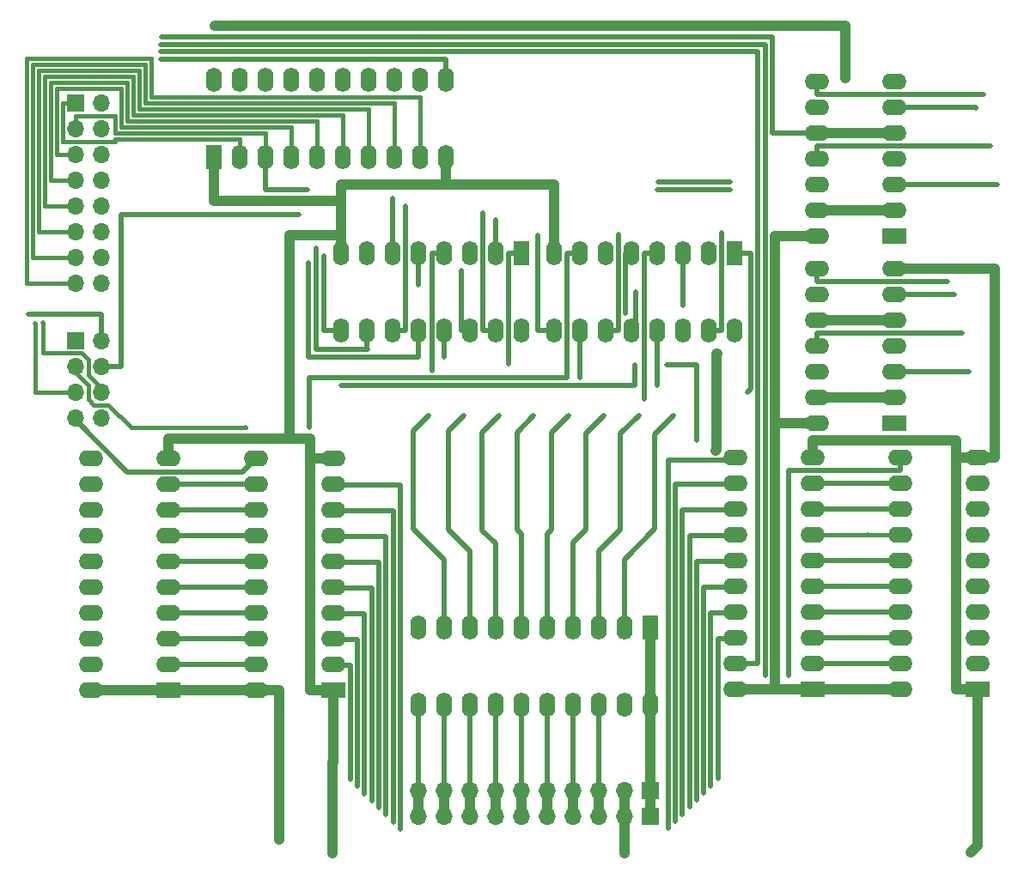
<source format=gbr>
%TF.GenerationSoftware,KiCad,Pcbnew,(6.0.5)*%
%TF.CreationDate,2023-06-09T01:00:48+03:00*%
%TF.ProjectId,Processor-ALU,50726f63-6573-4736-9f72-2d414c552e6b,rev?*%
%TF.SameCoordinates,Original*%
%TF.FileFunction,Copper,L2,Bot*%
%TF.FilePolarity,Positive*%
%FSLAX46Y46*%
G04 Gerber Fmt 4.6, Leading zero omitted, Abs format (unit mm)*
G04 Created by KiCad (PCBNEW (6.0.5)) date 2023-06-09 01:00:48*
%MOMM*%
%LPD*%
G01*
G04 APERTURE LIST*
%TA.AperFunction,ComponentPad*%
%ADD10R,1.600000X2.400000*%
%TD*%
%TA.AperFunction,ComponentPad*%
%ADD11O,1.600000X2.400000*%
%TD*%
%TA.AperFunction,ComponentPad*%
%ADD12R,2.400000X1.600000*%
%TD*%
%TA.AperFunction,ComponentPad*%
%ADD13O,2.400000X1.600000*%
%TD*%
%TA.AperFunction,ComponentPad*%
%ADD14R,1.700000X1.700000*%
%TD*%
%TA.AperFunction,ComponentPad*%
%ADD15O,1.700000X1.700000*%
%TD*%
%TA.AperFunction,ViaPad*%
%ADD16C,0.500000*%
%TD*%
%TA.AperFunction,ViaPad*%
%ADD17C,0.800000*%
%TD*%
%TA.AperFunction,Conductor*%
%ADD18C,1.000000*%
%TD*%
%TA.AperFunction,Conductor*%
%ADD19C,0.500000*%
%TD*%
%TA.AperFunction,Conductor*%
%ADD20C,0.400000*%
%TD*%
%TA.AperFunction,Conductor*%
%ADD21C,0.450000*%
%TD*%
G04 APERTURE END LIST*
D10*
%TO.P,U6,1,A->B*%
%TO.N,VCC*%
X140525000Y-112875000D03*
D11*
%TO.P,U6,2,A0*%
%TO.N,/E0*%
X137985000Y-112875000D03*
%TO.P,U6,3,A1*%
%TO.N,/E1*%
X135445000Y-112875000D03*
%TO.P,U6,4,A2*%
%TO.N,/E2*%
X132905000Y-112875000D03*
%TO.P,U6,5,A3*%
%TO.N,/E3*%
X130365000Y-112875000D03*
%TO.P,U6,6,A4*%
%TO.N,/E4*%
X127825000Y-112875000D03*
%TO.P,U6,7,A5*%
%TO.N,/E5*%
X125285000Y-112875000D03*
%TO.P,U6,8,A6*%
%TO.N,/E6*%
X122745000Y-112875000D03*
%TO.P,U6,9,A7*%
%TO.N,Sign Flag IN*%
X120205000Y-112875000D03*
%TO.P,U6,10,GND*%
%TO.N,Earth*%
X117665000Y-112875000D03*
%TO.P,U6,11,B7*%
%TO.N,/D7*%
X117665000Y-120495000D03*
%TO.P,U6,12,B6*%
%TO.N,/D6*%
X120205000Y-120495000D03*
%TO.P,U6,13,B5*%
%TO.N,/D5*%
X122745000Y-120495000D03*
%TO.P,U6,14,B4*%
%TO.N,/D4*%
X125285000Y-120495000D03*
%TO.P,U6,15,B3*%
%TO.N,/D3*%
X127825000Y-120495000D03*
%TO.P,U6,16,B2*%
%TO.N,/D2*%
X130365000Y-120495000D03*
%TO.P,U6,17,B1*%
%TO.N,/D1*%
X132905000Y-120495000D03*
%TO.P,U6,18,B0*%
%TO.N,/D0*%
X135445000Y-120495000D03*
%TO.P,U6,19,~{CE*%
%TO.N,ALU OUT*%
X137985000Y-120495000D03*
%TO.P,U6,20,VCC*%
%TO.N,VCC*%
X140525000Y-120495000D03*
%TD*%
D12*
%TO.P,U7,1*%
%TO.N,/B4*%
X164625000Y-74325000D03*
D13*
%TO.P,U7,2*%
%TO.N,SUB*%
X164625000Y-71785000D03*
%TO.P,U7,3*%
%TO.N,Net-(U7-Pad3)*%
X164625000Y-69245000D03*
%TO.P,U7,4*%
%TO.N,/B5*%
X164625000Y-66705000D03*
%TO.P,U7,5*%
%TO.N,SUB*%
X164625000Y-64165000D03*
%TO.P,U7,6*%
%TO.N,Net-(U7-Pad6)*%
X164625000Y-61625000D03*
%TO.P,U7,7,GND*%
%TO.N,Earth*%
X164625000Y-59085000D03*
%TO.P,U7,8*%
%TO.N,Net-(U7-Pad8)*%
X157005000Y-59085000D03*
%TO.P,U7,9*%
%TO.N,/B6*%
X157005000Y-61625000D03*
%TO.P,U7,10*%
%TO.N,SUB*%
X157005000Y-64165000D03*
%TO.P,U7,11*%
%TO.N,Net-(U7-Pad11)*%
X157005000Y-66705000D03*
%TO.P,U7,12*%
%TO.N,/B7*%
X157005000Y-69245000D03*
%TO.P,U7,13*%
%TO.N,SUB*%
X157005000Y-71785000D03*
%TO.P,U7,14,VCC*%
%TO.N,VCC*%
X157005000Y-74325000D03*
%TD*%
D12*
%TO.P,U3,1,~{OE*%
%TO.N,Earth*%
X109265000Y-119125000D03*
D13*
%TO.P,U3,2,D0*%
%TO.N,/D7*%
X109265000Y-116585000D03*
%TO.P,U3,3,D1*%
%TO.N,/D6*%
X109265000Y-114045000D03*
%TO.P,U3,4,D2*%
%TO.N,/D5*%
X109265000Y-111505000D03*
%TO.P,U3,5,D3*%
%TO.N,/D4*%
X109265000Y-108965000D03*
%TO.P,U3,6,D4*%
%TO.N,/D3*%
X109265000Y-106425000D03*
%TO.P,U3,7,D5*%
%TO.N,/D2*%
X109265000Y-103885000D03*
%TO.P,U3,8,D6*%
%TO.N,/D1*%
X109265000Y-101345000D03*
%TO.P,U3,9,D7*%
%TO.N,/D0*%
X109265000Y-98805000D03*
%TO.P,U3,10,GND*%
%TO.N,Earth*%
X109265000Y-96265000D03*
%TO.P,U3,11,Cp*%
%TO.N,A IN*%
X101645000Y-96265000D03*
%TO.P,U3,12,O7*%
%TO.N,/A0*%
X101645000Y-98805000D03*
%TO.P,U3,13,O6*%
%TO.N,/A1*%
X101645000Y-101345000D03*
%TO.P,U3,14,O5*%
%TO.N,/A2*%
X101645000Y-103885000D03*
%TO.P,U3,15,O4*%
%TO.N,/A3*%
X101645000Y-106425000D03*
%TO.P,U3,16,O3*%
%TO.N,/A4*%
X101645000Y-108965000D03*
%TO.P,U3,17,O2*%
%TO.N,/A5*%
X101645000Y-111505000D03*
%TO.P,U3,18,O1*%
%TO.N,/A6*%
X101645000Y-114045000D03*
%TO.P,U3,19,O0*%
%TO.N,/A7*%
X101645000Y-116585000D03*
%TO.P,U3,20,VCC*%
%TO.N,VCC*%
X101645000Y-119125000D03*
%TD*%
D14*
%TO.P,P1,1*%
%TO.N,Flag Reg In*%
X83900000Y-84595000D03*
D15*
%TO.P,P1,2*%
%TO.N,SUB*%
X86440000Y-84595000D03*
%TO.P,P1,3*%
%TO.N,CARRY IN*%
X83900000Y-87135000D03*
%TO.P,P1,4*%
%TO.N,ALU OUT*%
X86440000Y-87135000D03*
%TO.P,P1,5*%
%TO.N,B IN*%
X83900000Y-89675000D03*
%TO.P,P1,6*%
%TO.N,B OUT*%
X86440000Y-89675000D03*
%TO.P,P1,7*%
%TO.N,A IN*%
X83900000Y-92215000D03*
%TO.P,P1,8*%
%TO.N,A OUT*%
X86440000Y-92215000D03*
%TD*%
D10*
%TO.P,U2,1,~{OE*%
%TO.N,Earth*%
X97525000Y-66475000D03*
D11*
%TO.P,U2,2,D0*%
%TO.N,CARRY FLAG IN*%
X100065000Y-66475000D03*
%TO.P,U2,3,D1*%
%TO.N,ZERO FLAG IN*%
X102605000Y-66475000D03*
%TO.P,U2,4,D2*%
%TO.N,Sign Flag IN*%
X105145000Y-66475000D03*
%TO.P,U2,5,D3*%
%TO.N,XF IN*%
X107685000Y-66475000D03*
%TO.P,U2,6,D4*%
%TO.N,unconnected-(U2-Pad6)*%
X110225000Y-66475000D03*
%TO.P,U2,7,D5*%
%TO.N,unconnected-(U2-Pad7)*%
X112765000Y-66475000D03*
%TO.P,U2,8,D6*%
%TO.N,unconnected-(U2-Pad8)*%
X115305000Y-66475000D03*
%TO.P,U2,9,D7*%
%TO.N,unconnected-(U2-Pad9)*%
X117845000Y-66475000D03*
%TO.P,U2,10,GND*%
%TO.N,Earth*%
X120385000Y-66475000D03*
%TO.P,U2,11,Cp*%
%TO.N,Flag Reg In*%
X120385000Y-58855000D03*
%TO.P,U2,12,O7*%
%TO.N,unconnected-(U2-Pad12)*%
X117845000Y-58855000D03*
%TO.P,U2,13,O6*%
%TO.N,unconnected-(U2-Pad13)*%
X115305000Y-58855000D03*
%TO.P,U2,14,O5*%
%TO.N,unconnected-(U2-Pad14)*%
X112765000Y-58855000D03*
%TO.P,U2,15,O4*%
%TO.N,unconnected-(U2-Pad15)*%
X110225000Y-58855000D03*
%TO.P,U2,16,O3*%
%TO.N,XF*%
X107685000Y-58855000D03*
%TO.P,U2,17,O2*%
%TO.N,SIGN FLAG*%
X105145000Y-58855000D03*
%TO.P,U2,18,O1*%
%TO.N,ZERO FLAG*%
X102605000Y-58855000D03*
%TO.P,U2,19,O0*%
%TO.N,CARRY FLAG*%
X100065000Y-58855000D03*
%TO.P,U2,20,VCC*%
%TO.N,VCC*%
X97525000Y-58855000D03*
%TD*%
D14*
%TO.P,P4,1*%
%TO.N,CARRY FLAG IN*%
X83925000Y-61170000D03*
D15*
%TO.P,P4,2*%
%TO.N,CARRY FLAG*%
X86465000Y-61170000D03*
%TO.P,P4,3*%
%TO.N,ZERO FLAG IN*%
X83925000Y-63710000D03*
%TO.P,P4,4*%
%TO.N,ZERO FLAG*%
X86465000Y-63710000D03*
%TO.P,P4,5*%
%TO.N,Sign Flag IN*%
X83925000Y-66250000D03*
%TO.P,P4,6*%
%TO.N,SIGN FLAG*%
X86465000Y-66250000D03*
%TO.P,P4,7*%
%TO.N,XF IN*%
X83925000Y-68790000D03*
%TO.P,P4,8*%
%TO.N,XF*%
X86465000Y-68790000D03*
%TO.P,P4,9*%
%TO.N,unconnected-(U2-Pad6)*%
X83925000Y-71330000D03*
%TO.P,P4,10*%
%TO.N,unconnected-(U2-Pad15)*%
X86465000Y-71330000D03*
%TO.P,P4,11*%
%TO.N,unconnected-(U2-Pad7)*%
X83925000Y-73870000D03*
%TO.P,P4,12*%
%TO.N,unconnected-(U2-Pad14)*%
X86465000Y-73870000D03*
%TO.P,P4,13*%
%TO.N,unconnected-(U2-Pad8)*%
X83925000Y-76410000D03*
%TO.P,P4,14*%
%TO.N,unconnected-(U2-Pad13)*%
X86465000Y-76410000D03*
%TO.P,P4,15*%
%TO.N,unconnected-(U2-Pad9)*%
X83925000Y-78950000D03*
%TO.P,P4,16*%
%TO.N,unconnected-(U2-Pad12)*%
X86465000Y-78950000D03*
%TD*%
D12*
%TO.P,U1,1,A->B*%
%TO.N,VCC*%
X93025000Y-119125000D03*
D13*
%TO.P,U1,2,A0*%
%TO.N,/A7*%
X93025000Y-116585000D03*
%TO.P,U1,3,A1*%
%TO.N,/A6*%
X93025000Y-114045000D03*
%TO.P,U1,4,A2*%
%TO.N,/A5*%
X93025000Y-111505000D03*
%TO.P,U1,5,A3*%
%TO.N,/A4*%
X93025000Y-108965000D03*
%TO.P,U1,6,A4*%
%TO.N,/A3*%
X93025000Y-106425000D03*
%TO.P,U1,7,A5*%
%TO.N,/A2*%
X93025000Y-103885000D03*
%TO.P,U1,8,A6*%
%TO.N,/A1*%
X93025000Y-101345000D03*
%TO.P,U1,9,A7*%
%TO.N,/A0*%
X93025000Y-98805000D03*
%TO.P,U1,10,GND*%
%TO.N,Earth*%
X93025000Y-96265000D03*
%TO.P,U1,11,B7*%
%TO.N,/D0*%
X85405000Y-96265000D03*
%TO.P,U1,12,B6*%
%TO.N,/D1*%
X85405000Y-98805000D03*
%TO.P,U1,13,B5*%
%TO.N,/D2*%
X85405000Y-101345000D03*
%TO.P,U1,14,B4*%
%TO.N,/D3*%
X85405000Y-103885000D03*
%TO.P,U1,15,B3*%
%TO.N,/D4*%
X85405000Y-106425000D03*
%TO.P,U1,16,B2*%
%TO.N,/D5*%
X85405000Y-108965000D03*
%TO.P,U1,17,B1*%
%TO.N,/D6*%
X85405000Y-111505000D03*
%TO.P,U1,18,B0*%
%TO.N,/D7*%
X85405000Y-114045000D03*
%TO.P,U1,19,~{CE*%
%TO.N,A OUT*%
X85405000Y-116585000D03*
%TO.P,U1,20,VCC*%
%TO.N,VCC*%
X85405000Y-119125000D03*
%TD*%
D12*
%TO.P,U10,1,A->B*%
%TO.N,VCC*%
X156575000Y-119025000D03*
D13*
%TO.P,U10,2,A0*%
%TO.N,/B7*%
X156575000Y-116485000D03*
%TO.P,U10,3,A1*%
%TO.N,/B6*%
X156575000Y-113945000D03*
%TO.P,U10,4,A2*%
%TO.N,/B5*%
X156575000Y-111405000D03*
%TO.P,U10,5,A3*%
%TO.N,/B4*%
X156575000Y-108865000D03*
%TO.P,U10,6,A4*%
%TO.N,/B3*%
X156575000Y-106325000D03*
%TO.P,U10,7,A5*%
%TO.N,/B2*%
X156575000Y-103785000D03*
%TO.P,U10,8,A6*%
%TO.N,/B1*%
X156575000Y-101245000D03*
%TO.P,U10,9,A7*%
%TO.N,/B0*%
X156575000Y-98705000D03*
%TO.P,U10,10,GND*%
%TO.N,Earth*%
X156575000Y-96165000D03*
%TO.P,U10,11,B7*%
%TO.N,/D0*%
X148955000Y-96165000D03*
%TO.P,U10,12,B6*%
%TO.N,/D1*%
X148955000Y-98705000D03*
%TO.P,U10,13,B5*%
%TO.N,/D2*%
X148955000Y-101245000D03*
%TO.P,U10,14,B4*%
%TO.N,/D3*%
X148955000Y-103785000D03*
%TO.P,U10,15,B3*%
%TO.N,/D4*%
X148955000Y-106325000D03*
%TO.P,U10,16,B2*%
%TO.N,/D5*%
X148955000Y-108865000D03*
%TO.P,U10,17,B1*%
%TO.N,/D6*%
X148955000Y-111405000D03*
%TO.P,U10,18,B0*%
%TO.N,/D7*%
X148955000Y-113945000D03*
%TO.P,U10,19,~{CE*%
%TO.N,B OUT*%
X148955000Y-116485000D03*
%TO.P,U10,20,VCC*%
%TO.N,VCC*%
X148955000Y-119025000D03*
%TD*%
D12*
%TO.P,U9,1,~{OE*%
%TO.N,Earth*%
X172815000Y-119025000D03*
D13*
%TO.P,U9,2,D0*%
%TO.N,/D7*%
X172815000Y-116485000D03*
%TO.P,U9,3,D1*%
%TO.N,/D6*%
X172815000Y-113945000D03*
%TO.P,U9,4,D2*%
%TO.N,/D5*%
X172815000Y-111405000D03*
%TO.P,U9,5,D3*%
%TO.N,/D4*%
X172815000Y-108865000D03*
%TO.P,U9,6,D4*%
%TO.N,/D3*%
X172815000Y-106325000D03*
%TO.P,U9,7,D5*%
%TO.N,/D2*%
X172815000Y-103785000D03*
%TO.P,U9,8,D6*%
%TO.N,/D1*%
X172815000Y-101245000D03*
%TO.P,U9,9,D7*%
%TO.N,/D0*%
X172815000Y-98705000D03*
%TO.P,U9,10,GND*%
%TO.N,Earth*%
X172815000Y-96165000D03*
%TO.P,U9,11,Cp*%
%TO.N,B IN*%
X165195000Y-96165000D03*
%TO.P,U9,12,O7*%
%TO.N,/B0*%
X165195000Y-98705000D03*
%TO.P,U9,13,O6*%
%TO.N,/B1*%
X165195000Y-101245000D03*
%TO.P,U9,14,O5*%
%TO.N,/B2*%
X165195000Y-103785000D03*
%TO.P,U9,15,O4*%
%TO.N,/B3*%
X165195000Y-106325000D03*
%TO.P,U9,16,O3*%
%TO.N,/B4*%
X165195000Y-108865000D03*
%TO.P,U9,17,O2*%
%TO.N,/B5*%
X165195000Y-111405000D03*
%TO.P,U9,18,O1*%
%TO.N,/B6*%
X165195000Y-113945000D03*
%TO.P,U9,19,O0*%
%TO.N,/B7*%
X165195000Y-116485000D03*
%TO.P,U9,20,VCC*%
%TO.N,VCC*%
X165195000Y-119025000D03*
%TD*%
D10*
%TO.P,U8,1,S2*%
%TO.N,/E5*%
X127875000Y-75975000D03*
D11*
%TO.P,U8,2,B2*%
%TO.N,Net-(U7-Pad6)*%
X125335000Y-75975000D03*
%TO.P,U8,3,A2*%
%TO.N,/A5*%
X122795000Y-75975000D03*
%TO.P,U8,4,S1*%
%TO.N,/E4*%
X120255000Y-75975000D03*
%TO.P,U8,5,A1*%
%TO.N,/A4*%
X117715000Y-75975000D03*
%TO.P,U8,6,B1*%
%TO.N,Net-(U7-Pad3)*%
X115175000Y-75975000D03*
%TO.P,U8,7,C0*%
%TO.N,Net-(U5-Pad9)*%
X112635000Y-75975000D03*
%TO.P,U8,8,GND*%
%TO.N,Earth*%
X110095000Y-75975000D03*
%TO.P,U8,9,C4*%
%TO.N,CARRY FLAG IN*%
X110095000Y-83595000D03*
%TO.P,U8,10,S4*%
%TO.N,Sign Flag IN*%
X112635000Y-83595000D03*
%TO.P,U8,11,B4*%
%TO.N,Net-(U7-Pad11)*%
X115175000Y-83595000D03*
%TO.P,U8,12,A4*%
%TO.N,/A7*%
X117715000Y-83595000D03*
%TO.P,U8,13,S3*%
%TO.N,/E6*%
X120255000Y-83595000D03*
%TO.P,U8,14,A3*%
%TO.N,/A6*%
X122795000Y-83595000D03*
%TO.P,U8,15,B3*%
%TO.N,Net-(U7-Pad8)*%
X125335000Y-83595000D03*
%TO.P,U8,16,VCC*%
%TO.N,VCC*%
X127875000Y-83595000D03*
%TD*%
D14*
%TO.P,P3,1*%
%TO.N,VCC*%
X140530000Y-131575000D03*
D15*
%TO.P,P3,2*%
%TO.N,Earth*%
X137990000Y-131575000D03*
%TO.P,P3,3*%
%TO.N,/D0*%
X135450000Y-131575000D03*
%TO.P,P3,4*%
%TO.N,/D1*%
X132910000Y-131575000D03*
%TO.P,P3,5*%
%TO.N,/D2*%
X130370000Y-131575000D03*
%TO.P,P3,6*%
%TO.N,/D3*%
X127830000Y-131575000D03*
%TO.P,P3,7*%
%TO.N,/D4*%
X125290000Y-131575000D03*
%TO.P,P3,8*%
%TO.N,/D5*%
X122750000Y-131575000D03*
%TO.P,P3,9*%
%TO.N,/D6*%
X120210000Y-131575000D03*
%TO.P,P3,10*%
%TO.N,/D7*%
X117670000Y-131575000D03*
%TD*%
D12*
%TO.P,U4,1*%
%TO.N,/B0*%
X164625000Y-92775000D03*
D13*
%TO.P,U4,2*%
%TO.N,SUB*%
X164625000Y-90235000D03*
%TO.P,U4,3*%
%TO.N,Net-(U4-Pad3)*%
X164625000Y-87695000D03*
%TO.P,U4,4*%
%TO.N,/B1*%
X164625000Y-85155000D03*
%TO.P,U4,5*%
%TO.N,SUB*%
X164625000Y-82615000D03*
%TO.P,U4,6*%
%TO.N,Net-(U4-Pad6)*%
X164625000Y-80075000D03*
%TO.P,U4,7,GND*%
%TO.N,Earth*%
X164625000Y-77535000D03*
%TO.P,U4,8*%
%TO.N,Net-(U4-Pad8)*%
X157005000Y-77535000D03*
%TO.P,U4,9*%
%TO.N,/B2*%
X157005000Y-80075000D03*
%TO.P,U4,10*%
%TO.N,SUB*%
X157005000Y-82615000D03*
%TO.P,U4,11*%
%TO.N,Net-(U4-Pad11)*%
X157005000Y-85155000D03*
%TO.P,U4,12*%
%TO.N,/B3*%
X157005000Y-87695000D03*
%TO.P,U4,13*%
%TO.N,SUB*%
X157005000Y-90235000D03*
%TO.P,U4,14,VCC*%
%TO.N,VCC*%
X157005000Y-92775000D03*
%TD*%
D14*
%TO.P,P2,1*%
%TO.N,VCC*%
X140530000Y-129025000D03*
D15*
%TO.P,P2,2*%
%TO.N,Earth*%
X137990000Y-129025000D03*
%TO.P,P2,3*%
%TO.N,/D0*%
X135450000Y-129025000D03*
%TO.P,P2,4*%
%TO.N,/D1*%
X132910000Y-129025000D03*
%TO.P,P2,5*%
%TO.N,/D2*%
X130370000Y-129025000D03*
%TO.P,P2,6*%
%TO.N,/D3*%
X127830000Y-129025000D03*
%TO.P,P2,7*%
%TO.N,/D4*%
X125290000Y-129025000D03*
%TO.P,P2,8*%
%TO.N,/D5*%
X122750000Y-129025000D03*
%TO.P,P2,9*%
%TO.N,/D6*%
X120210000Y-129025000D03*
%TO.P,P2,10*%
%TO.N,/D7*%
X117670000Y-129025000D03*
%TD*%
D10*
%TO.P,U5,1,S2*%
%TO.N,/E1*%
X148825000Y-75975000D03*
D11*
%TO.P,U5,2,B2*%
%TO.N,Net-(U4-Pad6)*%
X146285000Y-75975000D03*
%TO.P,U5,3,A2*%
%TO.N,/A1*%
X143745000Y-75975000D03*
%TO.P,U5,4,S1*%
%TO.N,/E0*%
X141205000Y-75975000D03*
%TO.P,U5,5,A1*%
%TO.N,/A0*%
X138665000Y-75975000D03*
%TO.P,U5,6,B1*%
%TO.N,Net-(U4-Pad3)*%
X136125000Y-75975000D03*
%TO.P,U5,7,C0*%
%TO.N,CARRY IN*%
X133585000Y-75975000D03*
%TO.P,U5,8,GND*%
%TO.N,Earth*%
X131045000Y-75975000D03*
%TO.P,U5,9,C4*%
%TO.N,Net-(U5-Pad9)*%
X131045000Y-83595000D03*
%TO.P,U5,10,S4*%
%TO.N,/E3*%
X133585000Y-83595000D03*
%TO.P,U5,11,B4*%
%TO.N,Net-(U4-Pad11)*%
X136125000Y-83595000D03*
%TO.P,U5,12,A4*%
%TO.N,/A3*%
X138665000Y-83595000D03*
%TO.P,U5,13,S3*%
%TO.N,/E2*%
X141205000Y-83595000D03*
%TO.P,U5,14,A3*%
%TO.N,/A2*%
X143745000Y-83595000D03*
%TO.P,U5,15,B3*%
%TO.N,Net-(U4-Pad8)*%
X146285000Y-83595000D03*
%TO.P,U5,16,VCC*%
%TO.N,VCC*%
X148825000Y-83595000D03*
%TD*%
D16*
%TO.N,VCC*%
X147000000Y-95450000D03*
X97600000Y-53550000D03*
X159750000Y-58750000D03*
X147100000Y-85900000D03*
D17*
X104000000Y-133800000D03*
%TO.N,Earth*%
X109250000Y-135150000D03*
X172754290Y-126108228D03*
X172100000Y-135100000D03*
X109220000Y-126185000D03*
X138000000Y-135150000D03*
D16*
%TO.N,SUB*%
X161050000Y-90200000D03*
X161050000Y-71785000D03*
X161050000Y-82615000D03*
X92350000Y-54650000D03*
X79200000Y-82000000D03*
X161050000Y-64165000D03*
%TO.N,Net-(U5-Pad9)*%
X129475000Y-74225000D03*
%TO.N,CARRY IN*%
X106950000Y-93200000D03*
X100650000Y-93200000D03*
%TO.N,Net-(U4-Pad11)*%
X137400000Y-74100000D03*
X171250000Y-83900000D03*
%TO.N,Net-(U4-Pad8)*%
X169850000Y-78800000D03*
X147550000Y-74000000D03*
%TO.N,Net-(U4-Pad6)*%
X170525000Y-80075000D03*
%TO.N,B IN*%
X154200000Y-117650000D03*
X79900000Y-82900000D03*
X92300000Y-55400000D03*
X151850000Y-117650000D03*
%TO.N,Net-(U4-Pad3)*%
X171950000Y-87700000D03*
%TO.N,ALU OUT*%
X148450000Y-68950000D03*
X141300000Y-68950000D03*
X105950000Y-72200000D03*
%TO.N,Flag Reg In*%
X92250000Y-56850000D03*
%TO.N,B OUT*%
X92300000Y-56100000D03*
X80650000Y-82850000D03*
%TO.N,/A7*%
X106800000Y-76950000D03*
X94800000Y-116585000D03*
%TO.N,/A6*%
X121950000Y-77700000D03*
X95500000Y-114050000D03*
%TO.N,/A5*%
X96200000Y-111505000D03*
%TO.N,/A4*%
X117700000Y-79100000D03*
X96900000Y-108965000D03*
%TO.N,/A3*%
X97750000Y-106425000D03*
X139100000Y-79800000D03*
%TO.N,/A2*%
X98450000Y-103885000D03*
%TO.N,/A1*%
X143750000Y-81200000D03*
X99150000Y-101345000D03*
%TO.N,ZERO FLAG IN*%
X106750000Y-69700000D03*
X148400000Y-69700000D03*
X141250000Y-69700000D03*
%TO.N,/A0*%
X99850000Y-98800000D03*
X138100000Y-81900000D03*
%TO.N,CARRY FLAG IN*%
X108400000Y-76250000D03*
X139000000Y-87000000D03*
X110100000Y-89000000D03*
X142150000Y-87000000D03*
X145150000Y-94450000D03*
%TO.N,Sign Flag IN*%
X112650000Y-85500000D03*
X107600000Y-75500000D03*
X117150000Y-103200000D03*
X118700000Y-92000000D03*
%TO.N,Net-(U7-Pad3)*%
X115175000Y-70600000D03*
X174750000Y-69250000D03*
%TO.N,/E0*%
X141000000Y-103200000D03*
X142850000Y-92000000D03*
X139950000Y-90400000D03*
%TO.N,/E1*%
X137600000Y-103250000D03*
X139400000Y-92000000D03*
X150100000Y-89700000D03*
%TO.N,/E2*%
X134200000Y-103250000D03*
X141200000Y-89000000D03*
X135950000Y-92000000D03*
%TO.N,/E3*%
X130800000Y-103250000D03*
X133600000Y-88300000D03*
X132500000Y-92000000D03*
%TO.N,/E4*%
X119000000Y-87600000D03*
X127400000Y-103250000D03*
X129050000Y-92000000D03*
%TO.N,/E5*%
X125600000Y-92000000D03*
X123950000Y-103300000D03*
X126600000Y-86900000D03*
%TO.N,/E6*%
X122150000Y-92000000D03*
X120600000Y-103250000D03*
X120250000Y-86200000D03*
%TO.N,/B0*%
X163355000Y-98705000D03*
%TO.N,/B1*%
X162650000Y-101245000D03*
%TO.N,/B2*%
X161950000Y-103785000D03*
%TO.N,/B3*%
X161250000Y-106325000D03*
%TO.N,/B4*%
X160450000Y-108865000D03*
%TO.N,/B5*%
X159745000Y-111405000D03*
%TO.N,/B6*%
X159045000Y-113945000D03*
%TO.N,/B7*%
X158335000Y-116485000D03*
%TO.N,/D7*%
X110985000Y-127900000D03*
X117700000Y-122300000D03*
X147195000Y-127835000D03*
%TO.N,/D6*%
X111685000Y-128600000D03*
X146495000Y-128535000D03*
X120250000Y-123000000D03*
%TO.N,/D5*%
X145795000Y-129235000D03*
X122750000Y-123700000D03*
X112385000Y-129300000D03*
%TO.N,/D4*%
X125300000Y-124400000D03*
X145095000Y-129935000D03*
X113085000Y-130000000D03*
%TO.N,/D3*%
X113785000Y-130700000D03*
X144395000Y-130635000D03*
X127850000Y-125100000D03*
%TO.N,/D2*%
X130400000Y-125800000D03*
X114485000Y-131400000D03*
X143695000Y-131335000D03*
%TO.N,/D1*%
X132900000Y-126500000D03*
X115185000Y-132100000D03*
X142995000Y-132035000D03*
%TO.N,/D0*%
X115885000Y-132800000D03*
X142295000Y-132735000D03*
X135450000Y-127200000D03*
%TO.N,Net-(U7-Pad6)*%
X125300000Y-72700000D03*
X172650000Y-61650000D03*
%TO.N,Net-(U7-Pad8)*%
X124050000Y-72000000D03*
X173350000Y-60350000D03*
%TO.N,Net-(U7-Pad11)*%
X116450000Y-71300000D03*
X174050000Y-65450000D03*
%TD*%
D18*
%TO.N,VCC*%
X99650000Y-53550000D02*
X97600000Y-53550000D01*
X154075000Y-119025000D02*
X156575000Y-119025000D01*
X140525000Y-120495000D02*
X140525000Y-131575000D01*
X85405000Y-119125000D02*
X93025000Y-119125000D01*
X152800000Y-74325000D02*
X157005000Y-74325000D01*
X157005000Y-92775000D02*
X152800000Y-92775000D01*
X104000000Y-119125000D02*
X101645000Y-119125000D01*
X140525000Y-120495000D02*
X140525000Y-112875000D01*
X159750000Y-58750000D02*
X159750000Y-53550000D01*
X148955000Y-119025000D02*
X154075000Y-119025000D01*
X156575000Y-119025000D02*
X165195000Y-119025000D01*
X104000000Y-133800000D02*
X104000000Y-119125000D01*
X159750000Y-53550000D02*
X99650000Y-53550000D01*
X152800000Y-92775000D02*
X152800000Y-74325000D01*
X147050000Y-95400000D02*
X147050000Y-85900000D01*
X152800000Y-119025000D02*
X152800000Y-92775000D01*
X154075000Y-119025000D02*
X152800000Y-119025000D01*
X93025000Y-119125000D02*
X101645000Y-119125000D01*
X140525000Y-131575000D02*
X140530000Y-131575000D01*
X147000000Y-95450000D02*
X147050000Y-95400000D01*
X147050000Y-85900000D02*
X147100000Y-85900000D01*
%TO.N,Earth*%
X110095000Y-70850000D02*
X110095000Y-69250000D01*
X174500000Y-77535000D02*
X174500000Y-96165000D01*
X109265000Y-96265000D02*
X107050000Y-96265000D01*
X107050000Y-96265000D02*
X107050000Y-119125000D01*
X109265000Y-119125000D02*
X109265000Y-126185000D01*
X93025000Y-94250000D02*
X104950000Y-94250000D01*
X120385000Y-69250000D02*
X120385000Y-66475000D01*
X174500000Y-96165000D02*
X172815000Y-96165000D01*
X131045000Y-69250000D02*
X131045000Y-75975000D01*
X104950000Y-74200000D02*
X110095000Y-74200000D01*
X109220000Y-126185000D02*
X109220000Y-135150000D01*
X170700000Y-119025000D02*
X172815000Y-119025000D01*
X164625000Y-77535000D02*
X174500000Y-77535000D01*
X120385000Y-69250000D02*
X131045000Y-69250000D01*
X172815000Y-119025000D02*
X172815000Y-126108228D01*
X107050000Y-94250000D02*
X107050000Y-96265000D01*
X170700000Y-96165000D02*
X170700000Y-119025000D01*
X156575000Y-94450000D02*
X170700000Y-94450000D01*
X156575000Y-96165000D02*
X156575000Y-94450000D01*
X109220000Y-135150000D02*
X109250000Y-135150000D01*
X172100000Y-135100000D02*
X172754290Y-134445710D01*
X110095000Y-74200000D02*
X110095000Y-75975000D01*
X97525000Y-70850000D02*
X110095000Y-70850000D01*
X97525000Y-66475000D02*
X97525000Y-70850000D01*
X109265000Y-126185000D02*
X109220000Y-126185000D01*
X172815000Y-96165000D02*
X170700000Y-96165000D01*
X170700000Y-94450000D02*
X170700000Y-96165000D01*
X104950000Y-94250000D02*
X104950000Y-74200000D01*
X107050000Y-119125000D02*
X109265000Y-119125000D01*
X104950000Y-94250000D02*
X107050000Y-94250000D01*
X110095000Y-70850000D02*
X110095000Y-74200000D01*
X137990000Y-135140000D02*
X138000000Y-135150000D01*
X137990000Y-129025000D02*
X137990000Y-131575000D01*
X172815000Y-126108228D02*
X172754290Y-126108228D01*
X110095000Y-69250000D02*
X120385000Y-69250000D01*
X137990000Y-131575000D02*
X137990000Y-135140000D01*
X93025000Y-96265000D02*
X93025000Y-94250000D01*
X172754290Y-134445710D02*
X172754290Y-126108228D01*
D19*
%TO.N,A IN*%
X101645000Y-96265000D02*
X100360000Y-97550000D01*
X89000000Y-97550000D02*
X83900000Y-92450000D01*
X83640000Y-92565000D02*
X84040000Y-92165000D01*
X100360000Y-97550000D02*
X89000000Y-97550000D01*
X83900000Y-92450000D02*
X83900000Y-92215000D01*
%TO.N,SUB*%
X157005000Y-64165000D02*
X152550000Y-64165000D01*
D18*
X157005000Y-82615000D02*
X161050000Y-82615000D01*
X161050000Y-71785000D02*
X164625000Y-71785000D01*
D19*
X79200000Y-82000000D02*
X86440000Y-82000000D01*
D18*
X157005000Y-71785000D02*
X161050000Y-71785000D01*
D19*
X86440000Y-82000000D02*
X86440000Y-84595000D01*
D18*
X161050000Y-64165000D02*
X157005000Y-64165000D01*
D19*
X152550000Y-64165000D02*
X152550000Y-54650000D01*
D18*
X161050000Y-82615000D02*
X164625000Y-82615000D01*
D19*
X152550000Y-54650000D02*
X92350000Y-54650000D01*
D18*
X157005000Y-90235000D02*
X160865000Y-90235000D01*
X164625000Y-64165000D02*
X161050000Y-64165000D01*
X160865000Y-90235000D02*
X164625000Y-90235000D01*
D19*
%TO.N,Net-(U5-Pad9)*%
X131045000Y-83595000D02*
X129475000Y-83595000D01*
X129475000Y-83595000D02*
X129475000Y-74225000D01*
D20*
%TO.N,CARRY IN*%
X89400000Y-93200000D02*
X100650000Y-93200000D01*
X85150000Y-89050000D02*
X85150000Y-90395000D01*
X85705000Y-90950000D02*
X87150000Y-90950000D01*
X83900000Y-87135000D02*
X83900000Y-87800000D01*
X85150000Y-90395000D02*
X85705000Y-90950000D01*
D19*
X106950000Y-88300000D02*
X106950000Y-93200000D01*
D20*
X87150000Y-90950000D02*
X89400000Y-93200000D01*
X83900000Y-87800000D02*
X85150000Y-89050000D01*
D19*
X132300000Y-88300000D02*
X106950000Y-88300000D01*
X133585000Y-75975000D02*
X132300000Y-75975000D01*
X132300000Y-75975000D02*
X132300000Y-88300000D01*
%TO.N,Net-(U4-Pad11)*%
X136125000Y-83595000D02*
X137400000Y-83595000D01*
X157005000Y-85155000D02*
X157005000Y-83900000D01*
X157005000Y-83900000D02*
X171250000Y-83900000D01*
X137400000Y-83595000D02*
X137400000Y-74100000D01*
%TO.N,Net-(U4-Pad8)*%
X147550000Y-83595000D02*
X147550000Y-74000000D01*
X157005000Y-77535000D02*
X157005000Y-78800000D01*
X146285000Y-83595000D02*
X147550000Y-83595000D01*
X157005000Y-78800000D02*
X169850000Y-78800000D01*
%TO.N,Net-(U4-Pad6)*%
X164625000Y-80075000D02*
X170525000Y-80075000D01*
%TO.N,B IN*%
X151850000Y-62450000D02*
X151850000Y-55400000D01*
D20*
X79900000Y-89675000D02*
X83900000Y-89675000D01*
D19*
X151850000Y-117650000D02*
X151850000Y-62450000D01*
D20*
X79900000Y-82900000D02*
X79900000Y-89675000D01*
D19*
X160450000Y-97450000D02*
X154200000Y-97450000D01*
X165195000Y-96165000D02*
X165195000Y-97450000D01*
X165195000Y-97450000D02*
X160450000Y-97450000D01*
X151850000Y-55400000D02*
X105450000Y-55400000D01*
X154200000Y-97450000D02*
X154200000Y-117650000D01*
X105450000Y-55400000D02*
X92300000Y-55400000D01*
%TO.N,Net-(U4-Pad3)*%
X171945000Y-87695000D02*
X171250000Y-87695000D01*
X171950000Y-87700000D02*
X171945000Y-87695000D01*
X164625000Y-87695000D02*
X171250000Y-87695000D01*
%TO.N,ALU OUT*%
X148450000Y-68950000D02*
X141300000Y-68950000D01*
X88350000Y-72200000D02*
X88350000Y-87135000D01*
X88350000Y-87135000D02*
X86440000Y-87135000D01*
X105950000Y-72200000D02*
X88350000Y-72200000D01*
%TO.N,Flag Reg In*%
X120385000Y-56850000D02*
X92250000Y-56850000D01*
X120385000Y-58855000D02*
X120385000Y-56850000D01*
D20*
%TO.N,B OUT*%
X85150000Y-86500000D02*
X84500000Y-85850000D01*
X80650000Y-85850000D02*
X80650000Y-82850000D01*
D19*
X151150000Y-116485000D02*
X148955000Y-116485000D01*
D20*
X86440000Y-89675000D02*
X86440000Y-89290000D01*
X86440000Y-89290000D02*
X85150000Y-88000000D01*
X84500000Y-85850000D02*
X80650000Y-85850000D01*
X85150000Y-88000000D02*
X85150000Y-86500000D01*
D19*
X151150000Y-56100000D02*
X151150000Y-116485000D01*
X92300000Y-56100000D02*
X151150000Y-56100000D01*
D20*
%TO.N,unconnected-(U2-Pad6)*%
X80850000Y-71330000D02*
X83925000Y-71330000D01*
X110225000Y-62350000D02*
X96700000Y-62350000D01*
X89550000Y-62345000D02*
X89550000Y-58545000D01*
X89550000Y-58545000D02*
X80850000Y-58545000D01*
X110225000Y-66475000D02*
X110225000Y-62350000D01*
X80850000Y-58545000D02*
X80850000Y-71330000D01*
X96800000Y-62350000D02*
X89550000Y-62350000D01*
%TO.N,unconnected-(U2-Pad7)*%
X97200000Y-61750000D02*
X90150000Y-61750000D01*
X90150000Y-61745000D02*
X90150000Y-57945000D01*
X90150000Y-57945000D02*
X80250000Y-57945000D01*
X112765000Y-66475000D02*
X112765000Y-61750000D01*
X112765000Y-61750000D02*
X96950000Y-61750000D01*
X80250000Y-73870000D02*
X83925000Y-73870000D01*
X80250000Y-57945000D02*
X80250000Y-73870000D01*
%TO.N,unconnected-(U2-Pad8)*%
X115305000Y-61150000D02*
X98000000Y-61150000D01*
X90750000Y-57345000D02*
X79650000Y-57345000D01*
X79650000Y-57345000D02*
X79650000Y-76410000D01*
X79650000Y-76410000D02*
X83925000Y-76410000D01*
X115305000Y-66475000D02*
X115305000Y-61150000D01*
X98100000Y-61150000D02*
X90750000Y-61150000D01*
X90750000Y-61145000D02*
X90750000Y-57345000D01*
%TO.N,unconnected-(U2-Pad9)*%
X91350000Y-56745000D02*
X79050000Y-56745000D01*
X91350000Y-60545000D02*
X91350000Y-56745000D01*
X79050000Y-78995000D02*
X83925000Y-78995000D01*
X98500000Y-60550000D02*
X91350000Y-60550000D01*
X117845000Y-60550000D02*
X98400000Y-60550000D01*
X79050000Y-56745000D02*
X79050000Y-78995000D01*
X117845000Y-66475000D02*
X117845000Y-60550000D01*
D19*
%TO.N,/A7*%
X106800000Y-86200000D02*
X117715000Y-86200000D01*
X94800000Y-116585000D02*
X101645000Y-116585000D01*
X106800000Y-76950000D02*
X106800000Y-86200000D01*
X93025000Y-116585000D02*
X94800000Y-116585000D01*
X117715000Y-86200000D02*
X117715000Y-83595000D01*
%TO.N,/A6*%
X95500000Y-114050000D02*
X95505000Y-114045000D01*
X95495000Y-114045000D02*
X93025000Y-114045000D01*
X95500000Y-114050000D02*
X95495000Y-114045000D01*
X95505000Y-114045000D02*
X101645000Y-114045000D01*
X121950000Y-77700000D02*
X121950000Y-83595000D01*
X121950000Y-83595000D02*
X122795000Y-83595000D01*
%TO.N,/A5*%
X96200000Y-111505000D02*
X93025000Y-111505000D01*
X101645000Y-111505000D02*
X96200000Y-111505000D01*
%TO.N,/A4*%
X117700000Y-75975000D02*
X117715000Y-75975000D01*
X96900000Y-108965000D02*
X101645000Y-108965000D01*
X93025000Y-108965000D02*
X96900000Y-108965000D01*
X117700000Y-79100000D02*
X117700000Y-75975000D01*
%TO.N,/A3*%
X97750000Y-106425000D02*
X93025000Y-106425000D01*
X139100000Y-79800000D02*
X139100000Y-83595000D01*
X101645000Y-106425000D02*
X97750000Y-106425000D01*
X139100000Y-83595000D02*
X138665000Y-83595000D01*
%TO.N,/A2*%
X98450000Y-103885000D02*
X101645000Y-103885000D01*
X93025000Y-103885000D02*
X98450000Y-103885000D01*
%TO.N,/A1*%
X143750000Y-75975000D02*
X143745000Y-75975000D01*
X99150000Y-101345000D02*
X93025000Y-101345000D01*
X143750000Y-81200000D02*
X143750000Y-75975000D01*
X101645000Y-101345000D02*
X99150000Y-101345000D01*
%TO.N,ZERO FLAG IN*%
X106750000Y-69700000D02*
X102605000Y-69700000D01*
D20*
X87750000Y-62445000D02*
X83925000Y-62445000D01*
D19*
X102605000Y-69700000D02*
X102605000Y-66475000D01*
X148400000Y-69700000D02*
X141250000Y-69700000D01*
D20*
X102605000Y-66475000D02*
X102605000Y-64150000D01*
X83925000Y-62445000D02*
X83925000Y-63710000D01*
X102605000Y-64150000D02*
X97600000Y-64150000D01*
X87750000Y-64145000D02*
X87750000Y-62445000D01*
X97750000Y-64150000D02*
X87750000Y-64150000D01*
D19*
%TO.N,/A0*%
X138100000Y-75975000D02*
X138665000Y-75975000D01*
X99845000Y-98805000D02*
X93025000Y-98805000D01*
X138100000Y-81900000D02*
X138100000Y-75975000D01*
X99855000Y-98805000D02*
X101645000Y-98805000D01*
X99850000Y-98800000D02*
X99855000Y-98805000D01*
X99850000Y-98800000D02*
X99845000Y-98805000D01*
%TO.N,CARRY FLAG IN*%
X145150000Y-94450000D02*
X145150000Y-87000000D01*
D20*
X82650000Y-64995000D02*
X87800000Y-64995000D01*
D19*
X111700000Y-89000000D02*
X110100000Y-89000000D01*
D20*
X87800000Y-64750000D02*
X100100000Y-64750000D01*
D19*
X108400000Y-83595000D02*
X110095000Y-83595000D01*
X139000000Y-87000000D02*
X139000000Y-89000000D01*
D20*
X87800000Y-64995000D02*
X87800000Y-64750000D01*
D19*
X108400000Y-76250000D02*
X108400000Y-83595000D01*
X145150000Y-87000000D02*
X142150000Y-87000000D01*
X139000000Y-89000000D02*
X111700000Y-89000000D01*
D20*
X83925000Y-61170000D02*
X82650000Y-61170000D01*
X82650000Y-61170000D02*
X82650000Y-64995000D01*
X100100000Y-64750000D02*
X100100000Y-66500000D01*
%TO.N,Sign Flag IN*%
X105145000Y-63550000D02*
X97950000Y-63550000D01*
D19*
X117150000Y-103200000D02*
X117150000Y-93550000D01*
X112635000Y-85500000D02*
X112650000Y-85500000D01*
D20*
X88350000Y-63545000D02*
X88350000Y-59745000D01*
D19*
X112635000Y-83595000D02*
X112635000Y-85500000D01*
D20*
X98100000Y-63550000D02*
X88350000Y-63550000D01*
D19*
X112650000Y-85500000D02*
X107600000Y-85500000D01*
D20*
X82050000Y-66250000D02*
X83925000Y-66250000D01*
D19*
X120205000Y-106255000D02*
X120205000Y-112875000D01*
D20*
X105145000Y-66475000D02*
X105145000Y-63550000D01*
D19*
X117150000Y-93550000D02*
X118700000Y-92000000D01*
D20*
X88350000Y-59745000D02*
X82050000Y-59745000D01*
D19*
X117150000Y-103200000D02*
X120205000Y-106255000D01*
D20*
X82050000Y-59745000D02*
X82050000Y-66250000D01*
D19*
X107600000Y-85500000D02*
X107600000Y-75500000D01*
%TO.N,Net-(U7-Pad3)*%
X115175000Y-75975000D02*
X115175000Y-70600000D01*
X174750000Y-69250000D02*
X164625000Y-69250000D01*
X164625000Y-69250000D02*
X164625000Y-69245000D01*
%TO.N,/E0*%
X141000000Y-93850000D02*
X142850000Y-92000000D01*
X139950000Y-90400000D02*
X139950000Y-75975000D01*
X137985000Y-106215000D02*
X137985000Y-112875000D01*
X141000000Y-103200000D02*
X141000000Y-93850000D01*
X139950000Y-75975000D02*
X141205000Y-75975000D01*
X141000000Y-103200000D02*
X137985000Y-106215000D01*
%TO.N,/E1*%
X150100000Y-89700000D02*
X150450000Y-89350000D01*
X150450000Y-75975000D02*
X148825000Y-75975000D01*
X137600000Y-103250000D02*
X137600000Y-93800000D01*
X137600000Y-103250000D02*
X135445000Y-105405000D01*
X135445000Y-105405000D02*
X135445000Y-112875000D01*
X137600000Y-93800000D02*
X139400000Y-92000000D01*
X150450000Y-89350000D02*
X150450000Y-75975000D01*
%TO.N,/E2*%
X134200000Y-103250000D02*
X132905000Y-104545000D01*
X134200000Y-103250000D02*
X134200000Y-93750000D01*
X134200000Y-93750000D02*
X135950000Y-92000000D01*
X132905000Y-104545000D02*
X132905000Y-112875000D01*
X141200000Y-89000000D02*
X141205000Y-88995000D01*
X141205000Y-88995000D02*
X141205000Y-83595000D01*
%TO.N,/E3*%
X130800000Y-103250000D02*
X130365000Y-103685000D01*
X130800000Y-93700000D02*
X132500000Y-92000000D01*
X130800000Y-103250000D02*
X130800000Y-93700000D01*
X133585000Y-88300000D02*
X133600000Y-88300000D01*
X130365000Y-103685000D02*
X130365000Y-112875000D01*
X133585000Y-83595000D02*
X133585000Y-88300000D01*
%TO.N,/E4*%
X127400000Y-103250000D02*
X127400000Y-93650000D01*
X119000000Y-75975000D02*
X119000000Y-87600000D01*
X120255000Y-75975000D02*
X119000000Y-75975000D01*
X127400000Y-103250000D02*
X127825000Y-103675000D01*
X127400000Y-93650000D02*
X129050000Y-92000000D01*
X127825000Y-103675000D02*
X127825000Y-112875000D01*
%TO.N,/E5*%
X126600000Y-75975000D02*
X126600000Y-86900000D01*
X123950000Y-93650000D02*
X125600000Y-92000000D01*
X125285000Y-104635000D02*
X125285000Y-112875000D01*
X127875000Y-75975000D02*
X126600000Y-75975000D01*
X123950000Y-103300000D02*
X123950000Y-93650000D01*
X123950000Y-103300000D02*
X125285000Y-104635000D01*
%TO.N,/E6*%
X120600000Y-103250000D02*
X120600000Y-93550000D01*
X122745000Y-105395000D02*
X122745000Y-112875000D01*
X120255000Y-86200000D02*
X120250000Y-86200000D01*
X120600000Y-93550000D02*
X122150000Y-92000000D01*
X120255000Y-83595000D02*
X120255000Y-86200000D01*
X120600000Y-103250000D02*
X122745000Y-105395000D01*
%TO.N,/B0*%
X163355000Y-98705000D02*
X156575000Y-98705000D01*
X165195000Y-98705000D02*
X163355000Y-98705000D01*
%TO.N,/B1*%
X165195000Y-101245000D02*
X162650000Y-101245000D01*
X162650000Y-101245000D02*
X156575000Y-101245000D01*
D21*
%TO.N,/B2*%
X161950000Y-103785000D02*
X165195000Y-103785000D01*
X156575000Y-103785000D02*
X161950000Y-103785000D01*
D19*
%TO.N,/B3*%
X161250000Y-106325000D02*
X156575000Y-106325000D01*
X165195000Y-106325000D02*
X161250000Y-106325000D01*
%TO.N,/B4*%
X160450000Y-108865000D02*
X165195000Y-108865000D01*
X156575000Y-108865000D02*
X160450000Y-108865000D01*
%TO.N,/B5*%
X159745000Y-111405000D02*
X156575000Y-111405000D01*
X165195000Y-111405000D02*
X159745000Y-111405000D01*
%TO.N,/B6*%
X156575000Y-113945000D02*
X159045000Y-113945000D01*
X159045000Y-113945000D02*
X165195000Y-113945000D01*
%TO.N,/B7*%
X165195000Y-116485000D02*
X158335000Y-116485000D01*
X158335000Y-116485000D02*
X156575000Y-116485000D01*
%TO.N,/D7*%
X147195000Y-113980000D02*
X147195000Y-127835000D01*
X148900000Y-113980000D02*
X147195000Y-113980000D01*
X117670000Y-122330000D02*
X117670000Y-129025000D01*
X117665000Y-122300000D02*
X117700000Y-122300000D01*
X117665000Y-120495000D02*
X117665000Y-122300000D01*
X110985000Y-116600000D02*
X110985000Y-127900000D01*
X109300000Y-116600000D02*
X110985000Y-116600000D01*
X117700000Y-122300000D02*
X117670000Y-122330000D01*
D18*
X117670000Y-131575000D02*
X117670000Y-129025000D01*
D19*
%TO.N,/D6*%
X146495000Y-111440000D02*
X148900000Y-111440000D01*
X120210000Y-129025000D02*
X120210000Y-123540000D01*
X120210000Y-123540000D02*
X120210000Y-120495000D01*
X111685000Y-128600000D02*
X111685000Y-114060000D01*
X120210000Y-123000000D02*
X120250000Y-123000000D01*
X120210000Y-120495000D02*
X120205000Y-120495000D01*
X146495000Y-128535000D02*
X146495000Y-111440000D01*
D18*
X120210000Y-131575000D02*
X120210000Y-129025000D01*
D19*
X120210000Y-123540000D02*
X120210000Y-123000000D01*
X111685000Y-114060000D02*
X109300000Y-114060000D01*
D18*
%TO.N,/D5*%
X122750000Y-131575000D02*
X122750000Y-129025000D01*
D19*
X122750000Y-129025000D02*
X122750000Y-124000000D01*
X122750000Y-124000000D02*
X122750000Y-120495000D01*
X122750000Y-120495000D02*
X122745000Y-120495000D01*
X145795000Y-108900000D02*
X148900000Y-108900000D01*
X112385000Y-111520000D02*
X109300000Y-111520000D01*
X145795000Y-129235000D02*
X145795000Y-108900000D01*
X112385000Y-129300000D02*
X112385000Y-111520000D01*
X122750000Y-124000000D02*
X122750000Y-123700000D01*
%TO.N,/D4*%
X113085000Y-130000000D02*
X113085000Y-108980000D01*
X125290000Y-124910000D02*
X125290000Y-120495000D01*
X125290000Y-129025000D02*
X125290000Y-124910000D01*
X125290000Y-120495000D02*
X125285000Y-120495000D01*
X125290000Y-124410000D02*
X125290000Y-124910000D01*
X145095000Y-129935000D02*
X145095000Y-106360000D01*
X145095000Y-106360000D02*
X148900000Y-106360000D01*
D18*
X125290000Y-131575000D02*
X125290000Y-129025000D01*
D19*
X125300000Y-124400000D02*
X125290000Y-124410000D01*
X113085000Y-108980000D02*
X109300000Y-108980000D01*
%TO.N,/D3*%
X113785000Y-106440000D02*
X109300000Y-106440000D01*
X127830000Y-120495000D02*
X127825000Y-120495000D01*
X113785000Y-130700000D02*
X113785000Y-106440000D01*
X127830000Y-125620000D02*
X127830000Y-120495000D01*
D18*
X127830000Y-131575000D02*
X127830000Y-129025000D01*
D19*
X127830000Y-125120000D02*
X127830000Y-125620000D01*
X144395000Y-103820000D02*
X148900000Y-103820000D01*
X127830000Y-129025000D02*
X127830000Y-125620000D01*
X144395000Y-130635000D02*
X144395000Y-103820000D01*
X127850000Y-125100000D02*
X127830000Y-125120000D01*
%TO.N,/D2*%
X130400000Y-125800000D02*
X130370000Y-125830000D01*
X143695000Y-101280000D02*
X148900000Y-101280000D01*
X130370000Y-126320000D02*
X130370000Y-120495000D01*
X130370000Y-129025000D02*
X130370000Y-126320000D01*
X143695000Y-131335000D02*
X143695000Y-101280000D01*
X114485000Y-131400000D02*
X114485000Y-103900000D01*
X114485000Y-103900000D02*
X109300000Y-103900000D01*
X130370000Y-120495000D02*
X130365000Y-120495000D01*
X130370000Y-125830000D02*
X130370000Y-126320000D01*
D18*
X130370000Y-131575000D02*
X130370000Y-129025000D01*
%TO.N,/D1*%
X132910000Y-131575000D02*
X132910000Y-129025000D01*
D19*
X115185000Y-132100000D02*
X115185000Y-101360000D01*
X142995000Y-98740000D02*
X148900000Y-98740000D01*
X142995000Y-132035000D02*
X142995000Y-98740000D01*
X115185000Y-101360000D02*
X109300000Y-101360000D01*
X132910000Y-129025000D02*
X132910000Y-126860000D01*
X132910000Y-126860000D02*
X132910000Y-120495000D01*
X132910000Y-126510000D02*
X132910000Y-126860000D01*
X132910000Y-120495000D02*
X132905000Y-120495000D01*
X132900000Y-126500000D02*
X132910000Y-126510000D01*
%TO.N,/D0*%
X135450000Y-127550000D02*
X135450000Y-127200000D01*
X142295000Y-132735000D02*
X142295000Y-96400000D01*
X115885000Y-98820000D02*
X109300000Y-98820000D01*
X135450000Y-120495000D02*
X135445000Y-120495000D01*
X135450000Y-129025000D02*
X135450000Y-127550000D01*
X142295000Y-96400000D02*
X148700000Y-96400000D01*
D18*
X135450000Y-129025000D02*
X135450000Y-131575000D01*
D19*
X148700000Y-96400000D02*
X148900000Y-96200000D01*
X135450000Y-127550000D02*
X135450000Y-120495000D01*
X115885000Y-132800000D02*
X115885000Y-98820000D01*
%TO.N,Net-(U7-Pad6)*%
X172650000Y-61625000D02*
X172650000Y-61650000D01*
X164625000Y-61625000D02*
X172650000Y-61625000D01*
X125335000Y-75975000D02*
X125335000Y-72700000D01*
X125335000Y-72700000D02*
X125300000Y-72700000D01*
%TO.N,Net-(U7-Pad8)*%
X157005000Y-60350000D02*
X173350000Y-60350000D01*
X124050000Y-83595000D02*
X124050000Y-72000000D01*
X157005000Y-59085000D02*
X157005000Y-60350000D01*
X125335000Y-83595000D02*
X124050000Y-83595000D01*
%TO.N,Net-(U7-Pad11)*%
X115175000Y-83595000D02*
X116450000Y-83595000D01*
X157005000Y-66705000D02*
X157005000Y-65450000D01*
X116450000Y-83595000D02*
X116450000Y-71300000D01*
X157005000Y-65450000D02*
X174050000Y-65450000D01*
D20*
%TO.N,XF IN*%
X98800000Y-62950000D02*
X88950000Y-62950000D01*
X81450000Y-68790000D02*
X83925000Y-68790000D01*
X88950000Y-59145000D02*
X81450000Y-59145000D01*
X88950000Y-62945000D02*
X88950000Y-59145000D01*
X107685000Y-66475000D02*
X107685000Y-62950000D01*
X81450000Y-59145000D02*
X81450000Y-68790000D01*
X107685000Y-62950000D02*
X98650000Y-62950000D01*
%TD*%
M02*

</source>
